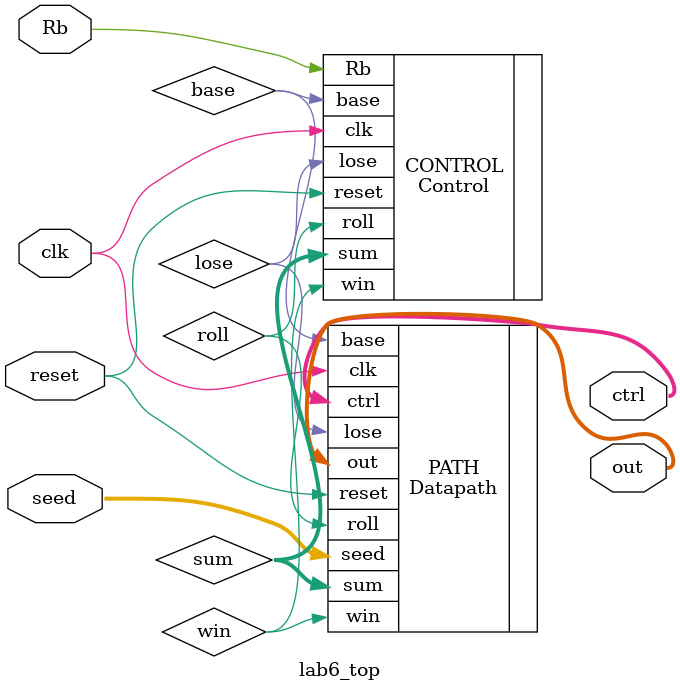
<source format=v>
`timescale 1ns / 1ps


module lab6_top(input Rb, reset, clk, input[7:0] seed, output[7:0] out, output[3:0] ctrl);

    wire[3:0] sum;
    wire roll, win, lose, base;
    
    Control CONTROL (.Rb(Rb), .reset(reset), .clk(clk), .sum(sum), .roll(roll), .win(win), .lose(lose), .base(base));
    Datapath PATH (.reset(reset), .base(base), .roll(roll), .win(win), .lose(lose), .clk(clk), .seed(seed), .out(out), .sum(sum), .ctrl(ctrl));
    
endmodule

</source>
